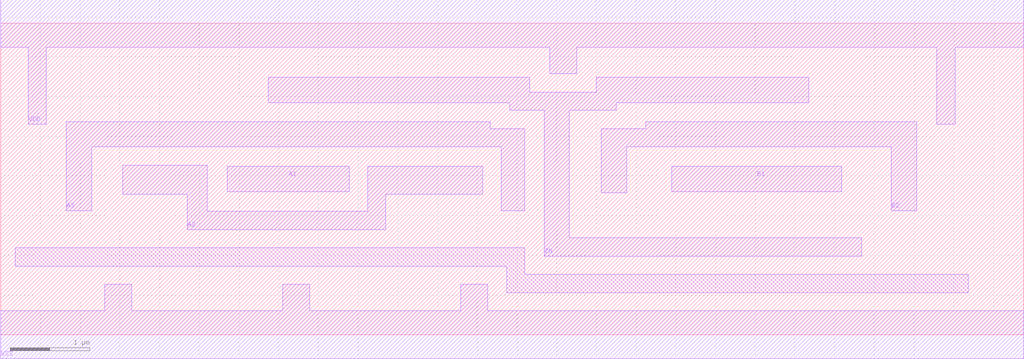
<source format=lef>
# Copyright 2022 GlobalFoundries PDK Authors
#
# Licensed under the Apache License, Version 2.0 (the "License");
# you may not use this file except in compliance with the License.
# You may obtain a copy of the License at
#
#      http://www.apache.org/licenses/LICENSE-2.0
#
# Unless required by applicable law or agreed to in writing, software
# distributed under the License is distributed on an "AS IS" BASIS,
# WITHOUT WARRANTIES OR CONDITIONS OF ANY KIND, either express or implied.
# See the License for the specific language governing permissions and
# limitations under the License.

MACRO gf180mcu_fd_sc_mcu7t5v0__oai32_2
  CLASS core ;
  FOREIGN gf180mcu_fd_sc_mcu7t5v0__oai32_2 0.0 0.0 ;
  ORIGIN 0 0 ;
  SYMMETRY X Y ;
  SITE GF018hv5v_mcu_sc7 ;
  SIZE 12.88 BY 3.92 ;
  PIN A1
    DIRECTION INPUT ;
    ANTENNAGATEAREA 2.079 ;
    PORT
      LAYER Metal1 ;
        POLYGON 2.85 1.8 4.39 1.8 4.39 2.12 2.85 2.12  ;
    END
  END A1
  PIN A2
    DIRECTION INPUT ;
    ANTENNAGATEAREA 2.079 ;
    PORT
      LAYER Metal1 ;
        POLYGON 1.535 1.77 2.35 1.77 2.35 1.325 4.85 1.325 4.85 1.77 6.07 1.77 6.07 2.12 4.62 2.12 4.62 1.555 2.6 1.555 2.6 2.135 1.535 2.135  ;
    END
  END A2
  PIN A3
    DIRECTION INPUT ;
    ANTENNAGATEAREA 2.079 ;
    PORT
      LAYER Metal1 ;
        POLYGON 0.825 1.56 1.145 1.56 1.145 2.365 6.3 2.365 6.3 1.56 6.6 1.56 6.6 2.595 6.16 2.595 6.16 2.68 0.825 2.68  ;
    END
  END A3
  PIN B1
    DIRECTION INPUT ;
    ANTENNAGATEAREA 2.079 ;
    PORT
      LAYER Metal1 ;
        POLYGON 8.45 1.8 10.59 1.8 10.59 2.12 8.45 2.12  ;
    END
  END B1
  PIN B2
    DIRECTION INPUT ;
    ANTENNAGATEAREA 2.079 ;
    PORT
      LAYER Metal1 ;
        POLYGON 7.56 1.785 7.88 1.785 7.88 2.365 11.215 2.365 11.215 1.56 11.535 1.56 11.535 2.68 8.12 2.68 8.12 2.595 7.56 2.595  ;
    END
  END B2
  PIN ZN
    DIRECTION OUTPUT ;
    ANTENNADIFFAREA 2.3774 ;
    PORT
      LAYER Metal1 ;
        POLYGON 3.365 2.92 6.41 2.92 6.41 2.825 6.84 2.825 6.84 0.99 10.84 0.99 10.84 1.22 7.16 1.22 7.16 2.825 7.75 2.825 7.75 2.92 10.17 2.92 10.17 3.24 7.5 3.24 7.5 3.055 6.66 3.055 6.66 3.24 3.365 3.24  ;
    END
  END ZN
  PIN VDD
    DIRECTION INOUT ;
    USE power ;
    SHAPE ABUTMENT ;
    PORT
      LAYER Metal1 ;
        POLYGON 0 3.62 0.345 3.62 0.345 2.65 0.575 2.65 0.575 3.62 6.91 3.62 6.91 3.285 7.25 3.285 7.25 3.62 11.785 3.62 11.785 2.65 12.015 2.65 12.015 3.62 12.18 3.62 12.88 3.62 12.88 4.22 12.18 4.22 0 4.22  ;
    END
  END VDD
  PIN VSS
    DIRECTION INOUT ;
    USE ground ;
    SHAPE ABUTMENT ;
    PORT
      LAYER Metal1 ;
        POLYGON 0 -0.3 12.88 -0.3 12.88 0.3 6.13 0.3 6.13 0.635 5.79 0.635 5.79 0.3 3.89 0.3 3.89 0.635 3.55 0.635 3.55 0.3 1.65 0.3 1.65 0.635 1.31 0.635 1.31 0.3 0 0.3  ;
    END
  END VSS
  OBS
      LAYER Metal1 ;
        POLYGON 0.18 0.865 6.37 0.865 6.37 0.53 12.18 0.53 12.18 0.76 6.6 0.76 6.6 1.095 0.18 1.095  ;
  END
END gf180mcu_fd_sc_mcu7t5v0__oai32_2

</source>
